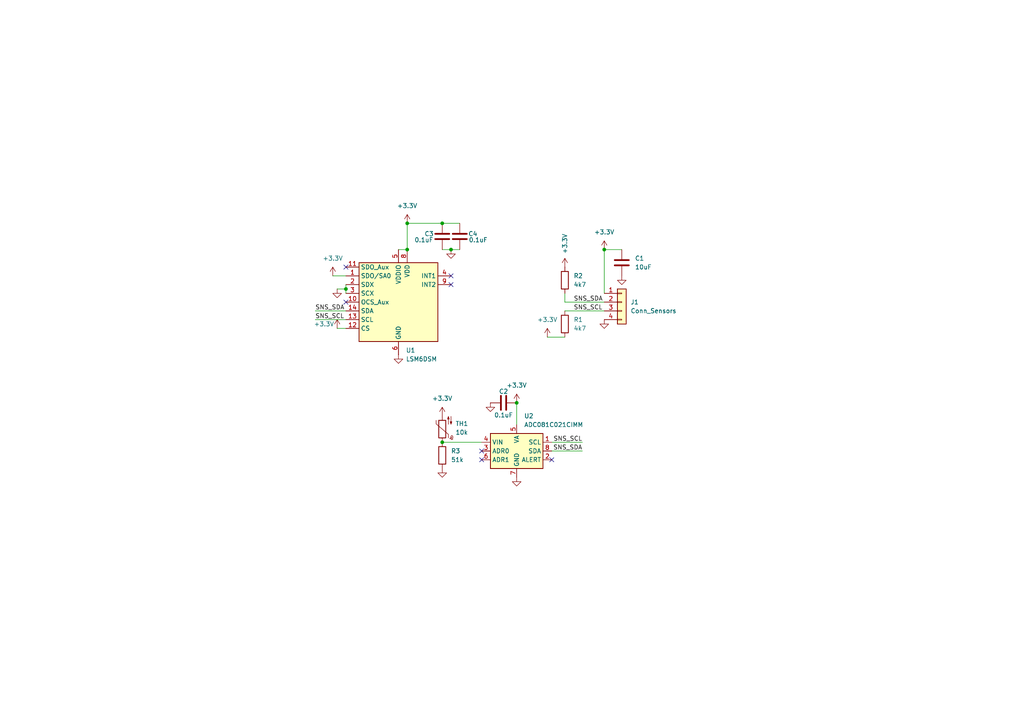
<source format=kicad_sch>
(kicad_sch (version 20250114) (generator "eeschema") (generator_version "9.0")
  (paper "A4")
  (title_block (title "Sensors Board") (date "2025-05-31") (rev "v1.0") (company "Ottawa Skybound") (comment 1 "Designed by Josh Gallinger"))
  (lib_symbols
    (symbol "Analog_ADC:ADC081C021CIMM"
      (property "Reference" "U" (at 3.81 11.43 0))
      (property "Value" "ADC081C021CIMM" (at 10.16 8.89 0))
      (symbol "ADC081C021CIMM_0_1"
        (rectangle (start -7.62 5.08) (end 7.62 -5.08) (stroke (width 0.254)) (fill (type background)))
      )
      (symbol "ADC081C021CIMM_1_1"
        (pin input line (at -10.16 2.54 0) (length 2.54) (name "VIN") (number "4"))
        (pin input line (at -10.16 0 0) (length 2.54) (name "ADR0") (number "3"))
        (pin input line (at -10.16 -2.54 0) (length 2.54) (name "ADR1") (number "6"))
        (pin power_in line (at 0 7.62 270) (length 2.54) (name "VA") (number "5"))
        (pin power_in line (at 0 -7.62 90) (length 2.54) (name "GND") (number "7"))
        (pin input line (at 10.16 2.54 180) (length 2.54) (name "SCL") (number "1"))
        (pin bidirectional line (at 10.16 0 180) (length 2.54) (name "SDA") (number "8"))
        (pin open_collector line (at 10.16 -2.54 180) (length 2.54) (name "ALERT") (number "2"))
      )
    )
    (symbol "Connector_Generic:Conn_01x04" (pin_names (offset 1.016) (hide yes))
      (property "Reference" "J1" (at 2.54 0.0001 0))
      (property "Value" "Conn_Sensors" (at 2.54 -2.5399 0))
      (symbol "Conn_01x04_1_1"
        (rectangle (start -1.27 3.81) (end 1.27 -6.35) (stroke (width 0.254)) (fill (type background)))
        (rectangle (start -1.27 2.667) (end 0 2.413) (stroke (width 0.1524)))
        (rectangle (start -1.27 0.127) (end 0 -0.127) (stroke (width 0.1524)))
        (rectangle (start -1.27 -2.413) (end 0 -2.667) (stroke (width 0.1524)))
        (rectangle (start -1.27 -4.953) (end 0 -5.207) (stroke (width 0.1524)))
        (pin passive line (at -5.08 2.54 0) (length 3.81) (name "VCC") (number "1"))
        (pin passive line (at -5.08 0 0) (length 3.81) (name "SNS_SDA") (number "2"))
        (pin passive line (at -5.08 -2.54 0) (length 3.81) (name "SNS_SCL") (number "3"))
        (pin passive line (at -5.08 -5.08 0) (length 3.81) (name "GND") (number "4"))
      )
    )
    (symbol "Device:C" (pin_numbers (hide yes)) (pin_names (offset 0.254))
      (property "Reference" "C" (at 0.635 2.54 0))
      (property "Value" "C" (at 0.635 -2.54 0))
      (symbol "C_0_1"
        (polyline (pts (xy -2.032 0.762) (xy 2.032 0.762)) (stroke (width 0.508)))
        (polyline (pts (xy -2.032 -0.762) (xy 2.032 -0.762)) (stroke (width 0.508)))
      )
      (symbol "C_1_1"
        (pin passive line (at 0 3.81 270) (length 2.794) (name "~") (number "1"))
        (pin passive line (at 0 -3.81 90) (length 2.794) (name "~") (number "2"))
      )
    )
    (symbol "Device:R" (pin_numbers (hide yes)) (pin_names (offset 0))
      (property "Reference" "R" (at 2.032 0 90))
      (property "Value" "R" (at 0 0 90))
      (symbol "R_0_1"
        (rectangle (start -1.016 -2.54) (end 1.016 2.54) (stroke (width 0.254)))
      )
      (symbol "R_1_1"
        (pin passive line (at 0 3.81 270) (length 1.27) (name "~") (number "1"))
        (pin passive line (at 0 -3.81 90) (length 1.27) (name "~") (number "2"))
      )
    )
    (symbol "Device:Thermistor_NTC" (pin_numbers (hide yes)) (pin_names (offset 0))
      (property "Reference" "TH" (at -4.445 0 90))
      (property "Value" "Thermistor_NTC" (at 3.175 0 90))
      (symbol "Thermistor_NTC_0_1"
        (arc (start -3.175 2.413) (mid -3.0506 2.3165) (end -3.048 2.159))
        (arc (start -3.048 2.794) (mid -2.9736 2.9736) (end -2.794 3.048))
        (arc (start -2.794 3.048) (mid -2.6144 2.9736) (end -2.54 2.794))
        (arc (start -2.794 2.54) (mid -2.9736 2.6144) (end -3.048 2.794))
        (arc (start -2.794 1.905) (mid -2.9736 1.9794) (end -3.048 2.159))
        (arc (start -2.54 2.159) (mid -2.6144 1.9794) (end -2.794 1.905))
        (arc (start -2.159 2.794) (mid -2.434 2.5608) (end -2.794 2.54))
        (polyline (pts (xy -2.54 2.159) (xy -2.54 2.794)))
        (polyline (pts (xy -2.54 -3.683) (xy -2.54 -1.397) (xy -2.794 -2.159) (xy -2.286 -2.159) (xy -2.54 -1.397) (xy -2.54 -1.651)) (fill (type outline)))
        (polyline (pts (xy -1.778 2.54) (xy -1.778 1.524) (xy 1.778 -1.524) (xy 1.778 -2.54)))
        (polyline (pts (xy -1.778 -1.397) (xy -1.778 -3.683) (xy -2.032 -2.921) (xy -1.524 -2.921) (xy -1.778 -3.683) (xy -1.778 -3.429)) (fill (type outline)))
        (rectangle (start -1.016 2.54) (end 1.016 -2.54) (stroke (width 0.254)))
      )
      (symbol "Thermistor_NTC_1_1"
        (pin passive line (at 0 3.81 270) (length 1.27) (name "~") (number "1"))
        (pin passive line (at 0 -3.81 90) (length 1.27) (name "~") (number "2"))
      )
    )
    (symbol "Sensor_Motion:LSM6DSM"
      (property "Reference" "U" (at -11.43 15.24 0))
      (property "Value" "LSM6DSM" (at -11.43 12.7 0))
      (symbol "LSM6DSM_0_1"
        (rectangle (start 11.43 11.43) (end -11.43 -11.43) (stroke (width 0.254)) (fill (type background)))
      )
      (symbol "LSM6DSM_1_1"
        (pin bidirectional line (at -15.24 10.16 0) (length 3.81) (name "SDO_Aux") (number "11"))
        (pin bidirectional line (at -15.24 7.62 0) (length 3.81) (name "SDO/SA0") (number "1"))
        (pin bidirectional line (at -15.24 5.08 0) (length 3.81) (name "SDX") (number "2"))
        (pin input line (at -15.24 2.54 0) (length 3.81) (name "SCX") (number "3"))
        (pin passive line (at -15.24 0 0) (length 3.81) (name "OCS_Aux") (number "10"))
        (pin bidirectional line (at -15.24 -2.54 0) (length 3.81) (name "SDA") (number "14"))
        (pin input line (at -15.24 -5.08 0) (length 3.81) (name "SCL") (number "13"))
        (pin input line (at -15.24 -7.62 0) (length 3.81) (name "CS") (number "12"))
        (pin power_in line (at 0 15.24 270) (length 3.81) (name "VDDIO") (number "5"))
        (pin power_in line (at 0 -15.24 90) (length 3.81) (name "GND") (number "6"))
        (pin passive line (at 0 -15.24 90) (length 3.81) (hide yes) (name "GND") (number "7"))
        (pin power_in line (at 2.54 15.24 270) (length 3.81) (name "VDD") (number "8"))
        (pin output line (at 15.24 7.62 180) (length 3.81) (name "INT1") (number "4"))
        (pin output line (at 15.24 5.08 180) (length 3.81) (name "INT2") (number "9"))
      )
    )
    (symbol "power:+3.3V" (power) (pin_numbers (hide yes)) (pin_names (offset 0) (hide yes))
      (property "Value" "+3.3V" (at 0 3.556 0))
      (symbol "+3.3V_0_1"
        (polyline (pts (xy -0.762 1.27) (xy 0 2.54)))
        (polyline (pts (xy 0 2.54) (xy 0.762 1.27)))
        (polyline (pts (xy 0 0) (xy 0 2.54)))
      )
      (symbol "+3.3V_1_1"
        (pin power_in line (at 0 0 90) (length 0) (name "~") (number "1"))
      )
    )
    (symbol "power:GND" (power) (pin_numbers (hide yes)) (pin_names (offset 0) (hide yes))
      (property "Value" "GND" (at 0 -3.81 0))
      (symbol "GND_0_1"
        (polyline (pts (xy 0 0) (xy 0 -1.27) (xy 1.27 -1.27) (xy 0 -2.54) (xy -1.27 -1.27) (xy 0 -1.27)))
      )
      (symbol "GND_1_1"
        (pin power_in line (at 0 0 270) (length 0) (name "~") (number "1"))
      )
    )
  )
  (junction (at 128.27 64.77))
  (junction (at 118.11 72.39))
  (junction (at 149.86 116.84))
  (junction (at 128.27 128.27))
  (junction (at 130.81 72.39))
  (junction (at 118.11 64.77))
  (junction (at 100.33 83.82))
  (junction (at 175.26 72.39))
  (no_connect (at 139.7 130.81))
  (no_connect (at 130.81 82.55))
  (no_connect (at 130.81 80.01))
  (no_connect (at 100.33 77.47))
  (no_connect (at 100.33 87.63))
  (no_connect (at 139.7 133.35))
  (no_connect (at 160.02 133.35))
  (wire (pts (xy 158.75 97.79) (xy 163.83 97.79)))
  (wire (pts (xy 163.83 90.17) (xy 175.26 90.17)))
  (wire (pts (xy 163.83 85.09) (xy 163.83 87.63)))
  (wire (pts (xy 128.27 72.39) (xy 130.81 72.39)))
  (wire (pts (xy 96.52 80.01) (xy 100.33 80.01)))
  (wire (pts (xy 100.33 82.55) (xy 100.33 83.82)))
  (wire (pts (xy 100.33 83.82) (xy 100.33 85.09)))
  (wire (pts (xy 91.44 90.17) (xy 100.33 90.17)))
  (wire (pts (xy 128.27 128.27) (xy 139.7 128.27)))
  (wire (pts (xy 175.26 72.39) (xy 175.26 85.09)))
  (wire (pts (xy 118.11 64.77) (xy 118.11 72.39)))
  (wire (pts (xy 168.91 128.27) (xy 160.02 128.27)))
  (wire (pts (xy 91.44 92.71) (xy 100.33 92.71)))
  (wire (pts (xy 97.79 95.25) (xy 100.33 95.25)))
  (wire (pts (xy 115.57 72.39) (xy 118.11 72.39)))
  (wire (pts (xy 168.91 130.81) (xy 160.02 130.81)))
  (wire (pts (xy 130.81 72.39) (xy 133.35 72.39)))
  (wire (pts (xy 149.86 116.84) (xy 149.86 123.19)))
  (wire (pts (xy 175.26 72.39) (xy 180.34 72.39)))
  (wire (pts (xy 163.83 87.63) (xy 175.26 87.63)))
  (wire (pts (xy 118.11 64.77) (xy 128.27 64.77)))
  (wire (pts (xy 97.79 83.82) (xy 100.33 83.82)))
  (wire (pts (xy 128.27 64.77) (xy 133.35 64.77)))
  (label "SNS_SCL" (at 166.37 90.17 0))
  (label "SNS_SCL" (at 91.44 92.71 0))
  (label "SNS_SDA" (at 168.91 130.81 180))
  (label "SNS_SDA" (at 91.44 90.17 0))
  (label "SNS_SCL" (at 168.91 128.27 180))
  (label "SNS_SDA" (at 166.37 87.63 0))
  (symbol (lib_id "power:+3.3V") (at 175.26 72.39 0) (unit 1)
    (property "Reference" "#PWR05" (effects (hide yes)))
    (property "Value" "+3.3V" (at 175.26 67.31 0))
    (property "Description" "Power symbol creates a global label with name \"+3.3V\"" (effects (hide yes)))
  )
  (symbol (lib_id "power:+3.3V") (at 118.11 64.77 0) (unit 1)
    (property "Reference" "#PWR08" (effects (hide yes)))
    (property "Value" "+3.3V" (at 118.11 59.69 0))
    (property "Description" "Power symbol creates a global label with name \"+3.3V\"" (effects (hide yes)))
  )
  (symbol (lib_id "power:GND") (at 149.86 138.43 0) (unit 1)
    (property "Reference" "#PWR03" (effects (hide yes)))
    (property "Value" "GND" (effects (hide yes)))
    (property "Description" "Power symbol creates a global label with name \"GND\" , ground" (effects (hide yes)))
  )
  (symbol (lib_id "power:+3.3V") (at 149.86 116.84 0) (unit 1)
    (property "Reference" "#PWR02" (effects (hide yes)))
    (property "Value" "+3.3V" (at 149.86 111.76 0))
    (property "Description" "Power symbol creates a global label with name \"+3.3V\"" (effects (hide yes)))
  )
  (symbol (lib_id "power:+3.3V") (at 96.52 80.01 0) (unit 1)
    (property "Reference" "#PWR012" (effects (hide yes)))
    (property "Value" "+3.3V" (at 96.52 74.93 0))
    (property "Description" "Power symbol creates a global label with name \"+3.3V\"" (effects (hide yes)))
  )
  (symbol (lib_id "power:+3.3V") (at 163.83 77.47 0) (unit 1)
    (property "Reference" "#PWR06" (effects (hide yes)))
    (property "Value" "+3.3V" (at 163.8299 73.66 90) (effects (justify left)))
    (property "Description" "Power symbol creates a global label with name \"+3.3V\"" (effects (hide yes)))
  )
  (symbol (lib_id "power:GND") (at 130.81 72.39 0) (unit 1)
    (property "Reference" "#PWR013" (effects (hide yes)))
    (property "Value" "GND" (effects (hide yes)))
    (property "Description" "Power symbol creates a global label with name \"GND\" , ground" (effects (hide yes)))
  )
  (symbol (lib_id "Sensor_Motion:LSM6DSM") (at 115.57 87.63 0) (unit 1)
    (property "Reference" "U1" (at 117.7133 101.6 0) (effects (justify left)))
    (property "Value" "LSM6DSM" (at 117.7133 104.14 0) (effects (justify left)))
    (property "Footprint" "Package_LGA:LGA-14_3x2.5mm_P0.5mm_LayoutBorder3x4y" (effects (hide yes)))
    (property "Datasheet" "https://www.st.com/resource/en/datasheet/lsm6dsm.pdf" (effects (hide yes)))
    (property "Description" "I2C/SPI, iNEMO inertial module: always-on 3D accelerometer and 3D gyroscope, with auxiliary SPI, 1.71V to 3.6V VCC" (effects (hide yes)))
    (property "MPN" "LSM6DSVTR" (effects (hide yes)))
  )
  (symbol (lib_id "power:GND") (at 128.27 135.89 0) (unit 1)
    (property "Reference" "#PWR011" (effects (hide yes)))
    (property "Value" "GND" (effects (hide yes)))
    (property "Description" "Power symbol creates a global label with name \"GND\" , ground" (effects (hide yes)))
  )
  (symbol (lib_id "power:+3.3V") (at 97.79 95.25 0) (unit 1)
    (property "Reference" "#PWR010" (effects (hide yes)))
    (property "Value" "+3.3V" (at 93.98 93.98 0))
    (property "Description" "Power symbol creates a global label with name \"+3.3V\"" (effects (hide yes)))
  )
  (symbol (lib_id "Device:C") (at 180.34 76.2 0) (unit 1)
    (property "Reference" "C1" (at 184.15 74.9299 0) (effects (justify left)))
    (property "Value" "10uF" (at 184.15 77.4699 0) (effects (justify left)))
    (property "Footprint" "Capacitor_SMD:C_0402_1005Metric" (effects (hide yes)))
    (property "Description" "Unpolarized capacitor" (effects (hide yes)))
    (property "MPN" "CL05A106MQ5NUNC" (effects (hide yes)))
  )
  (symbol (lib_id "Connector_Generic:Conn_01x04") (at 180.34 87.63 0) (unit 1)
    (property "Reference" "J1" (at 182.88 87.6299 0) (effects (justify left)))
    (property "Value" "Conn_Sensors" (at 182.88 90.1699 0) (effects (justify left)))
    (property "Footprint" "Connector_JST:JST_EH_B4B-EH-A_1x04_P2.50mm_Vertical" (effects (hide yes)))
    (property "Description" "Generic connector, single row, 01x04, script generated (kicad-library-utils/schlib/autogen/connector/)" (effects (hide yes)))
    (property "MPN" "B4B-XH-A" (effects (hide yes)))
  )
  (symbol (lib_id "power:GND") (at 97.79 83.82 0) (unit 1)
    (property "Reference" "#PWR015" (effects (hide yes)))
    (property "Value" "GND" (effects (hide yes)))
    (property "Description" "Power symbol creates a global label with name \"GND\" , ground" (effects (hide yes)))
  )
  (symbol (lib_id "power:GND") (at 175.26 92.71 0) (unit 1)
    (property "Reference" "#PWR04" (effects (hide yes)))
    (property "Value" "GND" (effects (hide yes)))
    (property "Description" "Power symbol creates a global label with name \"GND\" , ground" (effects (hide yes)))
  )
  (symbol (lib_id "power:+3.3V") (at 128.27 120.65 0) (unit 1)
    (property "Reference" "#PWR01" (effects (hide yes)))
    (property "Value" "+3.3V" (at 128.27 115.57 0))
    (property "Description" "Power symbol creates a global label with name \"+3.3V\"" (effects (hide yes)))
  )
  (symbol (lib_id "power:GND") (at 115.57 102.87 0) (unit 1)
    (property "Reference" "#PWR09" (effects (hide yes)))
    (property "Value" "GND" (effects (hide yes)))
    (property "Description" "Power symbol creates a global label with name \"GND\" , ground" (effects (hide yes)))
  )
  (symbol (lib_id "Device:C") (at 133.35 68.58 0) (unit 1)
    (property "Reference" "C4" (at 137.16 67.818 0))
    (property "Value" "0.1uF" (at 138.684 69.596 0))
    (property "Footprint" "Capacitor_SMD:C_0402_1005Metric" (effects (hide yes)))
    (property "Description" "Unpolarized capacitor" (effects (hide yes)))
    (property "MPN" "CL05B104KP5NNNC" (effects (hide yes)))
  )
  (symbol (lib_id "power:GND") (at 142.24 116.84 0) (unit 1)
    (property "Reference" "#PWR014" (effects (hide yes)))
    (property "Value" "GND" (effects (hide yes)))
    (property "Description" "Power symbol creates a global label with name \"GND\" , ground" (effects (hide yes)))
  )
  (symbol (lib_id "power:+3.3V") (at 158.75 97.79 0) (unit 1)
    (property "Reference" "#PWR07" (effects (hide yes)))
    (property "Value" "+3.3V" (at 158.75 92.71 0))
    (property "Description" "Power symbol creates a global label with name \"+3.3V\"" (effects (hide yes)))
  )
  (symbol (lib_id "power:GND") (at 180.34 80.01 0) (unit 1)
    (property "Reference" "#PWR016" (effects (hide yes)))
    (property "Value" "GND" (effects (hide yes)))
    (property "Description" "Power symbol creates a global label with name \"GND\" , ground" (effects (hide yes)))
  )
  (symbol (lib_id "Device:R") (at 163.83 93.98 0) (unit 1)
    (property "Reference" "R1" (at 166.37 92.7099 0) (effects (justify left)))
    (property "Value" "4k7" (at 166.37 95.2499 0) (effects (justify left)))
    (property "Footprint" "Resistor_SMD:R_0402_1005Metric" (effects (hide yes)))
    (property "Description" "Resistor" (effects (hide yes)))
    (property "MPN" "RC0402FR-074K7L" (effects (hide yes)))
  )
  (symbol (lib_id "Device:R") (at 163.83 81.28 180) (unit 1)
    (property "Reference" "R2" (at 166.37 80.0099 0) (effects (justify right)))
    (property "Value" "4k7" (at 166.37 82.5499 0) (effects (justify right)))
    (property "Footprint" "Resistor_SMD:R_0402_1005Metric" (effects (hide yes)))
    (property "Description" "Resistor" (effects (hide yes)))
    (property "MPN" "RC0402FR-074K7L" (effects (hide yes)))
  )
  (symbol (lib_id "Device:C") (at 146.05 116.84 90) (unit 1)
    (property "Reference" "C2" (at 146.05 113.538 90))
    (property "Value" "0.1uF" (at 146.05 120.396 90))
    (property "Footprint" "Capacitor_SMD:C_0402_1005Metric" (effects (hide yes)))
    (property "Description" "Unpolarized capacitor" (effects (hide yes)))
    (property "MPN" "CL05B104KP5NNNC" (effects (hide yes)))
  )
  (symbol (lib_id "Device:R") (at 128.27 132.08 180) (unit 1)
    (property "Reference" "R3" (at 130.81 130.8099 0) (effects (justify right)))
    (property "Value" "51k" (at 130.81 133.3499 0) (effects (justify right)))
    (property "Footprint" "Resistor_SMD:R_0402_1005Metric" (effects (hide yes)))
    (property "Description" "Resistor" (effects (hide yes)))
    (property "MPN" "ERJ-2RKF5102X" (effects (hide yes)))
  )
  (symbol (lib_id "Device:Thermistor_NTC") (at 128.27 124.46 180) (unit 1)
    (property "Reference" "TH1" (at 132.08 122.8724 0) (effects (justify right)))
    (property "Value" "10k" (at 132.08 125.4124 0) (effects (justify right)))
    (property "Footprint" "Resistor_SMD:R_0402_1005Metric" (effects (hide yes)))
    (property "Description" "Temperature dependent resistor, negative temperature coefficient" (effects (hide yes)))
    (property "MPN" "RC0402JR-0710KL" (effects (hide yes)))
  )
  (symbol (lib_id "Analog_ADC:ADC081C021CIMM") (at 149.86 130.81 0) (unit 1)
    (property "Reference" "U2" (at 152.0033 120.65 0) (effects (justify left)))
    (property "Value" "ADC081C021CIMM" (at 152.0033 123.19 0) (effects (justify left)))
    (property "Footprint" "Package_SO:MSOP-8_3x3mm_P0.65mm" (effects (hide yes)))
    (property "Datasheet" "http://www.ti.com/lit/ds/symlink/adc081c021.pdf" (effects (hide yes)))
    (property "Description" "I2C-Compatible, 8-Bit Analog-to-Digital Converter with Alert Function, MSOP-8" (effects (hide yes)))
    (property "MPN" "ADC081C021CIMM/NOPB" (effects (hide yes)))
  )
  (symbol (lib_id "Device:C") (at 128.27 68.58 0) (mirror y) (unit 1)
    (property "Reference" "C3" (at 124.46 67.818 0))
    (property "Value" "0.1uF" (at 122.936 69.596 0))
    (property "Footprint" "Capacitor_SMD:C_0402_1005Metric" (effects (hide yes)))
    (property "Description" "Unpolarized capacitor" (effects (hide yes)))
    (property "MPN" "CL05B104KP5NNNC" (effects (hide yes)))
  )
)
</source>
